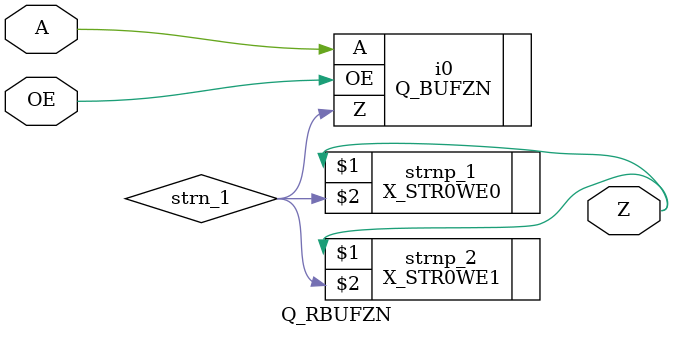
<source format=v>

module Q_RBUFZN ( Z, A, OE);
// pragma CVASTRPROP MODULE HDLICE HDL_MODULE_ATTRIBUTE "0 vlog"
output Z;
input A;
input OE;
wire strn_1;
X_STR0WE1 strnp_2 ( Z, strn_1);
X_STR0WE0 strnp_1 ( Z, strn_1);
Q_BUFZN i0 ( .OE(OE), .A(A), .Z(strn_1));
endmodule

</source>
